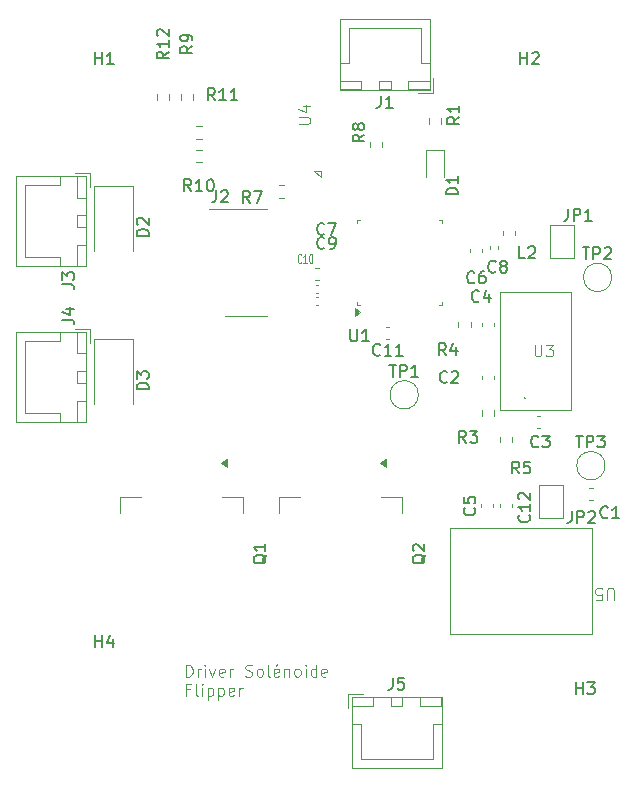
<source format=gbr>
%TF.GenerationSoftware,KiCad,Pcbnew,9.0.4*%
%TF.CreationDate,2025-11-05T17:51:59+01:00*%
%TF.ProjectId,FliperKAd,466c6970-6572-44b4-9164-2e6b69636164,rev?*%
%TF.SameCoordinates,Original*%
%TF.FileFunction,Legend,Top*%
%TF.FilePolarity,Positive*%
%FSLAX46Y46*%
G04 Gerber Fmt 4.6, Leading zero omitted, Abs format (unit mm)*
G04 Created by KiCad (PCBNEW 9.0.4) date 2025-11-05 17:51:59*
%MOMM*%
%LPD*%
G01*
G04 APERTURE LIST*
%ADD10C,0.100000*%
%ADD11C,0.150000*%
%ADD12C,0.080000*%
%ADD13C,0.120000*%
G04 APERTURE END LIST*
D10*
X191903884Y-115062475D02*
X191903884Y-114062475D01*
X191903884Y-114062475D02*
X192141979Y-114062475D01*
X192141979Y-114062475D02*
X192284836Y-114110094D01*
X192284836Y-114110094D02*
X192380074Y-114205332D01*
X192380074Y-114205332D02*
X192427693Y-114300570D01*
X192427693Y-114300570D02*
X192475312Y-114491046D01*
X192475312Y-114491046D02*
X192475312Y-114633903D01*
X192475312Y-114633903D02*
X192427693Y-114824379D01*
X192427693Y-114824379D02*
X192380074Y-114919617D01*
X192380074Y-114919617D02*
X192284836Y-115014856D01*
X192284836Y-115014856D02*
X192141979Y-115062475D01*
X192141979Y-115062475D02*
X191903884Y-115062475D01*
X192903884Y-115062475D02*
X192903884Y-114395808D01*
X192903884Y-114586284D02*
X192951503Y-114491046D01*
X192951503Y-114491046D02*
X192999122Y-114443427D01*
X192999122Y-114443427D02*
X193094360Y-114395808D01*
X193094360Y-114395808D02*
X193189598Y-114395808D01*
X193522932Y-115062475D02*
X193522932Y-114395808D01*
X193522932Y-114062475D02*
X193475313Y-114110094D01*
X193475313Y-114110094D02*
X193522932Y-114157713D01*
X193522932Y-114157713D02*
X193570551Y-114110094D01*
X193570551Y-114110094D02*
X193522932Y-114062475D01*
X193522932Y-114062475D02*
X193522932Y-114157713D01*
X193903884Y-114395808D02*
X194141979Y-115062475D01*
X194141979Y-115062475D02*
X194380074Y-114395808D01*
X195141979Y-115014856D02*
X195046741Y-115062475D01*
X195046741Y-115062475D02*
X194856265Y-115062475D01*
X194856265Y-115062475D02*
X194761027Y-115014856D01*
X194761027Y-115014856D02*
X194713408Y-114919617D01*
X194713408Y-114919617D02*
X194713408Y-114538665D01*
X194713408Y-114538665D02*
X194761027Y-114443427D01*
X194761027Y-114443427D02*
X194856265Y-114395808D01*
X194856265Y-114395808D02*
X195046741Y-114395808D01*
X195046741Y-114395808D02*
X195141979Y-114443427D01*
X195141979Y-114443427D02*
X195189598Y-114538665D01*
X195189598Y-114538665D02*
X195189598Y-114633903D01*
X195189598Y-114633903D02*
X194713408Y-114729141D01*
X195618170Y-115062475D02*
X195618170Y-114395808D01*
X195618170Y-114586284D02*
X195665789Y-114491046D01*
X195665789Y-114491046D02*
X195713408Y-114443427D01*
X195713408Y-114443427D02*
X195808646Y-114395808D01*
X195808646Y-114395808D02*
X195903884Y-114395808D01*
X196951504Y-115014856D02*
X197094361Y-115062475D01*
X197094361Y-115062475D02*
X197332456Y-115062475D01*
X197332456Y-115062475D02*
X197427694Y-115014856D01*
X197427694Y-115014856D02*
X197475313Y-114967236D01*
X197475313Y-114967236D02*
X197522932Y-114871998D01*
X197522932Y-114871998D02*
X197522932Y-114776760D01*
X197522932Y-114776760D02*
X197475313Y-114681522D01*
X197475313Y-114681522D02*
X197427694Y-114633903D01*
X197427694Y-114633903D02*
X197332456Y-114586284D01*
X197332456Y-114586284D02*
X197141980Y-114538665D01*
X197141980Y-114538665D02*
X197046742Y-114491046D01*
X197046742Y-114491046D02*
X196999123Y-114443427D01*
X196999123Y-114443427D02*
X196951504Y-114348189D01*
X196951504Y-114348189D02*
X196951504Y-114252951D01*
X196951504Y-114252951D02*
X196999123Y-114157713D01*
X196999123Y-114157713D02*
X197046742Y-114110094D01*
X197046742Y-114110094D02*
X197141980Y-114062475D01*
X197141980Y-114062475D02*
X197380075Y-114062475D01*
X197380075Y-114062475D02*
X197522932Y-114110094D01*
X198094361Y-115062475D02*
X197999123Y-115014856D01*
X197999123Y-115014856D02*
X197951504Y-114967236D01*
X197951504Y-114967236D02*
X197903885Y-114871998D01*
X197903885Y-114871998D02*
X197903885Y-114586284D01*
X197903885Y-114586284D02*
X197951504Y-114491046D01*
X197951504Y-114491046D02*
X197999123Y-114443427D01*
X197999123Y-114443427D02*
X198094361Y-114395808D01*
X198094361Y-114395808D02*
X198237218Y-114395808D01*
X198237218Y-114395808D02*
X198332456Y-114443427D01*
X198332456Y-114443427D02*
X198380075Y-114491046D01*
X198380075Y-114491046D02*
X198427694Y-114586284D01*
X198427694Y-114586284D02*
X198427694Y-114871998D01*
X198427694Y-114871998D02*
X198380075Y-114967236D01*
X198380075Y-114967236D02*
X198332456Y-115014856D01*
X198332456Y-115014856D02*
X198237218Y-115062475D01*
X198237218Y-115062475D02*
X198094361Y-115062475D01*
X198999123Y-115062475D02*
X198903885Y-115014856D01*
X198903885Y-115014856D02*
X198856266Y-114919617D01*
X198856266Y-114919617D02*
X198856266Y-114062475D01*
X199761028Y-115014856D02*
X199665790Y-115062475D01*
X199665790Y-115062475D02*
X199475314Y-115062475D01*
X199475314Y-115062475D02*
X199380076Y-115014856D01*
X199380076Y-115014856D02*
X199332457Y-114919617D01*
X199332457Y-114919617D02*
X199332457Y-114538665D01*
X199332457Y-114538665D02*
X199380076Y-114443427D01*
X199380076Y-114443427D02*
X199475314Y-114395808D01*
X199475314Y-114395808D02*
X199665790Y-114395808D01*
X199665790Y-114395808D02*
X199761028Y-114443427D01*
X199761028Y-114443427D02*
X199808647Y-114538665D01*
X199808647Y-114538665D02*
X199808647Y-114633903D01*
X199808647Y-114633903D02*
X199332457Y-114729141D01*
X199665790Y-114014856D02*
X199522933Y-114157713D01*
X200237219Y-114395808D02*
X200237219Y-115062475D01*
X200237219Y-114491046D02*
X200284838Y-114443427D01*
X200284838Y-114443427D02*
X200380076Y-114395808D01*
X200380076Y-114395808D02*
X200522933Y-114395808D01*
X200522933Y-114395808D02*
X200618171Y-114443427D01*
X200618171Y-114443427D02*
X200665790Y-114538665D01*
X200665790Y-114538665D02*
X200665790Y-115062475D01*
X201284838Y-115062475D02*
X201189600Y-115014856D01*
X201189600Y-115014856D02*
X201141981Y-114967236D01*
X201141981Y-114967236D02*
X201094362Y-114871998D01*
X201094362Y-114871998D02*
X201094362Y-114586284D01*
X201094362Y-114586284D02*
X201141981Y-114491046D01*
X201141981Y-114491046D02*
X201189600Y-114443427D01*
X201189600Y-114443427D02*
X201284838Y-114395808D01*
X201284838Y-114395808D02*
X201427695Y-114395808D01*
X201427695Y-114395808D02*
X201522933Y-114443427D01*
X201522933Y-114443427D02*
X201570552Y-114491046D01*
X201570552Y-114491046D02*
X201618171Y-114586284D01*
X201618171Y-114586284D02*
X201618171Y-114871998D01*
X201618171Y-114871998D02*
X201570552Y-114967236D01*
X201570552Y-114967236D02*
X201522933Y-115014856D01*
X201522933Y-115014856D02*
X201427695Y-115062475D01*
X201427695Y-115062475D02*
X201284838Y-115062475D01*
X202046743Y-115062475D02*
X202046743Y-114395808D01*
X202046743Y-114062475D02*
X201999124Y-114110094D01*
X201999124Y-114110094D02*
X202046743Y-114157713D01*
X202046743Y-114157713D02*
X202094362Y-114110094D01*
X202094362Y-114110094D02*
X202046743Y-114062475D01*
X202046743Y-114062475D02*
X202046743Y-114157713D01*
X202951504Y-115062475D02*
X202951504Y-114062475D01*
X202951504Y-115014856D02*
X202856266Y-115062475D01*
X202856266Y-115062475D02*
X202665790Y-115062475D01*
X202665790Y-115062475D02*
X202570552Y-115014856D01*
X202570552Y-115014856D02*
X202522933Y-114967236D01*
X202522933Y-114967236D02*
X202475314Y-114871998D01*
X202475314Y-114871998D02*
X202475314Y-114586284D01*
X202475314Y-114586284D02*
X202522933Y-114491046D01*
X202522933Y-114491046D02*
X202570552Y-114443427D01*
X202570552Y-114443427D02*
X202665790Y-114395808D01*
X202665790Y-114395808D02*
X202856266Y-114395808D01*
X202856266Y-114395808D02*
X202951504Y-114443427D01*
X203808647Y-115014856D02*
X203713409Y-115062475D01*
X203713409Y-115062475D02*
X203522933Y-115062475D01*
X203522933Y-115062475D02*
X203427695Y-115014856D01*
X203427695Y-115014856D02*
X203380076Y-114919617D01*
X203380076Y-114919617D02*
X203380076Y-114538665D01*
X203380076Y-114538665D02*
X203427695Y-114443427D01*
X203427695Y-114443427D02*
X203522933Y-114395808D01*
X203522933Y-114395808D02*
X203713409Y-114395808D01*
X203713409Y-114395808D02*
X203808647Y-114443427D01*
X203808647Y-114443427D02*
X203856266Y-114538665D01*
X203856266Y-114538665D02*
X203856266Y-114633903D01*
X203856266Y-114633903D02*
X203380076Y-114729141D01*
X192237217Y-116148609D02*
X191903884Y-116148609D01*
X191903884Y-116672419D02*
X191903884Y-115672419D01*
X191903884Y-115672419D02*
X192380074Y-115672419D01*
X192903884Y-116672419D02*
X192808646Y-116624800D01*
X192808646Y-116624800D02*
X192761027Y-116529561D01*
X192761027Y-116529561D02*
X192761027Y-115672419D01*
X193284837Y-116672419D02*
X193284837Y-116005752D01*
X193284837Y-115672419D02*
X193237218Y-115720038D01*
X193237218Y-115720038D02*
X193284837Y-115767657D01*
X193284837Y-115767657D02*
X193332456Y-115720038D01*
X193332456Y-115720038D02*
X193284837Y-115672419D01*
X193284837Y-115672419D02*
X193284837Y-115767657D01*
X193761027Y-116005752D02*
X193761027Y-117005752D01*
X193761027Y-116053371D02*
X193856265Y-116005752D01*
X193856265Y-116005752D02*
X194046741Y-116005752D01*
X194046741Y-116005752D02*
X194141979Y-116053371D01*
X194141979Y-116053371D02*
X194189598Y-116100990D01*
X194189598Y-116100990D02*
X194237217Y-116196228D01*
X194237217Y-116196228D02*
X194237217Y-116481942D01*
X194237217Y-116481942D02*
X194189598Y-116577180D01*
X194189598Y-116577180D02*
X194141979Y-116624800D01*
X194141979Y-116624800D02*
X194046741Y-116672419D01*
X194046741Y-116672419D02*
X193856265Y-116672419D01*
X193856265Y-116672419D02*
X193761027Y-116624800D01*
X194665789Y-116005752D02*
X194665789Y-117005752D01*
X194665789Y-116053371D02*
X194761027Y-116005752D01*
X194761027Y-116005752D02*
X194951503Y-116005752D01*
X194951503Y-116005752D02*
X195046741Y-116053371D01*
X195046741Y-116053371D02*
X195094360Y-116100990D01*
X195094360Y-116100990D02*
X195141979Y-116196228D01*
X195141979Y-116196228D02*
X195141979Y-116481942D01*
X195141979Y-116481942D02*
X195094360Y-116577180D01*
X195094360Y-116577180D02*
X195046741Y-116624800D01*
X195046741Y-116624800D02*
X194951503Y-116672419D01*
X194951503Y-116672419D02*
X194761027Y-116672419D01*
X194761027Y-116672419D02*
X194665789Y-116624800D01*
X195951503Y-116624800D02*
X195856265Y-116672419D01*
X195856265Y-116672419D02*
X195665789Y-116672419D01*
X195665789Y-116672419D02*
X195570551Y-116624800D01*
X195570551Y-116624800D02*
X195522932Y-116529561D01*
X195522932Y-116529561D02*
X195522932Y-116148609D01*
X195522932Y-116148609D02*
X195570551Y-116053371D01*
X195570551Y-116053371D02*
X195665789Y-116005752D01*
X195665789Y-116005752D02*
X195856265Y-116005752D01*
X195856265Y-116005752D02*
X195951503Y-116053371D01*
X195951503Y-116053371D02*
X195999122Y-116148609D01*
X195999122Y-116148609D02*
X195999122Y-116243847D01*
X195999122Y-116243847D02*
X195522932Y-116339085D01*
X196427694Y-116672419D02*
X196427694Y-116005752D01*
X196427694Y-116196228D02*
X196475313Y-116100990D01*
X196475313Y-116100990D02*
X196522932Y-116053371D01*
X196522932Y-116053371D02*
X196618170Y-116005752D01*
X196618170Y-116005752D02*
X196713408Y-116005752D01*
D11*
X212200057Y-104745238D02*
X212152438Y-104840476D01*
X212152438Y-104840476D02*
X212057200Y-104935714D01*
X212057200Y-104935714D02*
X211914342Y-105078571D01*
X211914342Y-105078571D02*
X211866723Y-105173809D01*
X211866723Y-105173809D02*
X211866723Y-105269047D01*
X212104819Y-105221428D02*
X212057200Y-105316666D01*
X212057200Y-105316666D02*
X211961961Y-105411904D01*
X211961961Y-105411904D02*
X211771485Y-105459523D01*
X211771485Y-105459523D02*
X211438152Y-105459523D01*
X211438152Y-105459523D02*
X211247676Y-105411904D01*
X211247676Y-105411904D02*
X211152438Y-105316666D01*
X211152438Y-105316666D02*
X211104819Y-105221428D01*
X211104819Y-105221428D02*
X211104819Y-105030952D01*
X211104819Y-105030952D02*
X211152438Y-104935714D01*
X211152438Y-104935714D02*
X211247676Y-104840476D01*
X211247676Y-104840476D02*
X211438152Y-104792857D01*
X211438152Y-104792857D02*
X211771485Y-104792857D01*
X211771485Y-104792857D02*
X211961961Y-104840476D01*
X211961961Y-104840476D02*
X212057200Y-104935714D01*
X212057200Y-104935714D02*
X212104819Y-105030952D01*
X212104819Y-105030952D02*
X212104819Y-105221428D01*
X211200057Y-104411904D02*
X211152438Y-104364285D01*
X211152438Y-104364285D02*
X211104819Y-104269047D01*
X211104819Y-104269047D02*
X211104819Y-104030952D01*
X211104819Y-104030952D02*
X211152438Y-103935714D01*
X211152438Y-103935714D02*
X211200057Y-103888095D01*
X211200057Y-103888095D02*
X211295295Y-103840476D01*
X211295295Y-103840476D02*
X211390533Y-103840476D01*
X211390533Y-103840476D02*
X211533390Y-103888095D01*
X211533390Y-103888095D02*
X212104819Y-104459523D01*
X212104819Y-104459523D02*
X212104819Y-103840476D01*
X198740057Y-104745238D02*
X198692438Y-104840476D01*
X198692438Y-104840476D02*
X198597200Y-104935714D01*
X198597200Y-104935714D02*
X198454342Y-105078571D01*
X198454342Y-105078571D02*
X198406723Y-105173809D01*
X198406723Y-105173809D02*
X198406723Y-105269047D01*
X198644819Y-105221428D02*
X198597200Y-105316666D01*
X198597200Y-105316666D02*
X198501961Y-105411904D01*
X198501961Y-105411904D02*
X198311485Y-105459523D01*
X198311485Y-105459523D02*
X197978152Y-105459523D01*
X197978152Y-105459523D02*
X197787676Y-105411904D01*
X197787676Y-105411904D02*
X197692438Y-105316666D01*
X197692438Y-105316666D02*
X197644819Y-105221428D01*
X197644819Y-105221428D02*
X197644819Y-105030952D01*
X197644819Y-105030952D02*
X197692438Y-104935714D01*
X197692438Y-104935714D02*
X197787676Y-104840476D01*
X197787676Y-104840476D02*
X197978152Y-104792857D01*
X197978152Y-104792857D02*
X198311485Y-104792857D01*
X198311485Y-104792857D02*
X198501961Y-104840476D01*
X198501961Y-104840476D02*
X198597200Y-104935714D01*
X198597200Y-104935714D02*
X198644819Y-105030952D01*
X198644819Y-105030952D02*
X198644819Y-105221428D01*
X198644819Y-103840476D02*
X198644819Y-104411904D01*
X198644819Y-104126190D02*
X197644819Y-104126190D01*
X197644819Y-104126190D02*
X197787676Y-104221428D01*
X197787676Y-104221428D02*
X197882914Y-104316666D01*
X197882914Y-104316666D02*
X197930533Y-104411904D01*
X207024819Y-69166666D02*
X206548628Y-69499999D01*
X207024819Y-69738094D02*
X206024819Y-69738094D01*
X206024819Y-69738094D02*
X206024819Y-69357142D01*
X206024819Y-69357142D02*
X206072438Y-69261904D01*
X206072438Y-69261904D02*
X206120057Y-69214285D01*
X206120057Y-69214285D02*
X206215295Y-69166666D01*
X206215295Y-69166666D02*
X206358152Y-69166666D01*
X206358152Y-69166666D02*
X206453390Y-69214285D01*
X206453390Y-69214285D02*
X206501009Y-69261904D01*
X206501009Y-69261904D02*
X206548628Y-69357142D01*
X206548628Y-69357142D02*
X206548628Y-69738094D01*
X206453390Y-68595237D02*
X206405771Y-68690475D01*
X206405771Y-68690475D02*
X206358152Y-68738094D01*
X206358152Y-68738094D02*
X206262914Y-68785713D01*
X206262914Y-68785713D02*
X206215295Y-68785713D01*
X206215295Y-68785713D02*
X206120057Y-68738094D01*
X206120057Y-68738094D02*
X206072438Y-68690475D01*
X206072438Y-68690475D02*
X206024819Y-68595237D01*
X206024819Y-68595237D02*
X206024819Y-68404761D01*
X206024819Y-68404761D02*
X206072438Y-68309523D01*
X206072438Y-68309523D02*
X206120057Y-68261904D01*
X206120057Y-68261904D02*
X206215295Y-68214285D01*
X206215295Y-68214285D02*
X206262914Y-68214285D01*
X206262914Y-68214285D02*
X206358152Y-68261904D01*
X206358152Y-68261904D02*
X206405771Y-68309523D01*
X206405771Y-68309523D02*
X206453390Y-68404761D01*
X206453390Y-68404761D02*
X206453390Y-68595237D01*
X206453390Y-68595237D02*
X206501009Y-68690475D01*
X206501009Y-68690475D02*
X206548628Y-68738094D01*
X206548628Y-68738094D02*
X206643866Y-68785713D01*
X206643866Y-68785713D02*
X206834342Y-68785713D01*
X206834342Y-68785713D02*
X206929580Y-68738094D01*
X206929580Y-68738094D02*
X206977200Y-68690475D01*
X206977200Y-68690475D02*
X207024819Y-68595237D01*
X207024819Y-68595237D02*
X207024819Y-68404761D01*
X207024819Y-68404761D02*
X206977200Y-68309523D01*
X206977200Y-68309523D02*
X206929580Y-68261904D01*
X206929580Y-68261904D02*
X206834342Y-68214285D01*
X206834342Y-68214285D02*
X206643866Y-68214285D01*
X206643866Y-68214285D02*
X206548628Y-68261904D01*
X206548628Y-68261904D02*
X206501009Y-68309523D01*
X206501009Y-68309523D02*
X206453390Y-68404761D01*
X214033333Y-90109580D02*
X213985714Y-90157200D01*
X213985714Y-90157200D02*
X213842857Y-90204819D01*
X213842857Y-90204819D02*
X213747619Y-90204819D01*
X213747619Y-90204819D02*
X213604762Y-90157200D01*
X213604762Y-90157200D02*
X213509524Y-90061961D01*
X213509524Y-90061961D02*
X213461905Y-89966723D01*
X213461905Y-89966723D02*
X213414286Y-89776247D01*
X213414286Y-89776247D02*
X213414286Y-89633390D01*
X213414286Y-89633390D02*
X213461905Y-89442914D01*
X213461905Y-89442914D02*
X213509524Y-89347676D01*
X213509524Y-89347676D02*
X213604762Y-89252438D01*
X213604762Y-89252438D02*
X213747619Y-89204819D01*
X213747619Y-89204819D02*
X213842857Y-89204819D01*
X213842857Y-89204819D02*
X213985714Y-89252438D01*
X213985714Y-89252438D02*
X214033333Y-89300057D01*
X214414286Y-89300057D02*
X214461905Y-89252438D01*
X214461905Y-89252438D02*
X214557143Y-89204819D01*
X214557143Y-89204819D02*
X214795238Y-89204819D01*
X214795238Y-89204819D02*
X214890476Y-89252438D01*
X214890476Y-89252438D02*
X214938095Y-89300057D01*
X214938095Y-89300057D02*
X214985714Y-89395295D01*
X214985714Y-89395295D02*
X214985714Y-89490533D01*
X214985714Y-89490533D02*
X214938095Y-89633390D01*
X214938095Y-89633390D02*
X214366667Y-90204819D01*
X214366667Y-90204819D02*
X214985714Y-90204819D01*
X216333333Y-81659580D02*
X216285714Y-81707200D01*
X216285714Y-81707200D02*
X216142857Y-81754819D01*
X216142857Y-81754819D02*
X216047619Y-81754819D01*
X216047619Y-81754819D02*
X215904762Y-81707200D01*
X215904762Y-81707200D02*
X215809524Y-81611961D01*
X215809524Y-81611961D02*
X215761905Y-81516723D01*
X215761905Y-81516723D02*
X215714286Y-81326247D01*
X215714286Y-81326247D02*
X215714286Y-81183390D01*
X215714286Y-81183390D02*
X215761905Y-80992914D01*
X215761905Y-80992914D02*
X215809524Y-80897676D01*
X215809524Y-80897676D02*
X215904762Y-80802438D01*
X215904762Y-80802438D02*
X216047619Y-80754819D01*
X216047619Y-80754819D02*
X216142857Y-80754819D01*
X216142857Y-80754819D02*
X216285714Y-80802438D01*
X216285714Y-80802438D02*
X216333333Y-80850057D01*
X217190476Y-80754819D02*
X217000000Y-80754819D01*
X217000000Y-80754819D02*
X216904762Y-80802438D01*
X216904762Y-80802438D02*
X216857143Y-80850057D01*
X216857143Y-80850057D02*
X216761905Y-80992914D01*
X216761905Y-80992914D02*
X216714286Y-81183390D01*
X216714286Y-81183390D02*
X216714286Y-81564342D01*
X216714286Y-81564342D02*
X216761905Y-81659580D01*
X216761905Y-81659580D02*
X216809524Y-81707200D01*
X216809524Y-81707200D02*
X216904762Y-81754819D01*
X216904762Y-81754819D02*
X217095238Y-81754819D01*
X217095238Y-81754819D02*
X217190476Y-81707200D01*
X217190476Y-81707200D02*
X217238095Y-81659580D01*
X217238095Y-81659580D02*
X217285714Y-81564342D01*
X217285714Y-81564342D02*
X217285714Y-81326247D01*
X217285714Y-81326247D02*
X217238095Y-81231009D01*
X217238095Y-81231009D02*
X217190476Y-81183390D01*
X217190476Y-81183390D02*
X217095238Y-81135771D01*
X217095238Y-81135771D02*
X216904762Y-81135771D01*
X216904762Y-81135771D02*
X216809524Y-81183390D01*
X216809524Y-81183390D02*
X216761905Y-81231009D01*
X216761905Y-81231009D02*
X216714286Y-81326247D01*
D12*
X201678571Y-79989744D02*
X201654762Y-80027840D01*
X201654762Y-80027840D02*
X201583333Y-80065935D01*
X201583333Y-80065935D02*
X201535714Y-80065935D01*
X201535714Y-80065935D02*
X201464286Y-80027840D01*
X201464286Y-80027840D02*
X201416667Y-79951649D01*
X201416667Y-79951649D02*
X201392857Y-79875459D01*
X201392857Y-79875459D02*
X201369048Y-79723078D01*
X201369048Y-79723078D02*
X201369048Y-79608792D01*
X201369048Y-79608792D02*
X201392857Y-79456411D01*
X201392857Y-79456411D02*
X201416667Y-79380220D01*
X201416667Y-79380220D02*
X201464286Y-79304030D01*
X201464286Y-79304030D02*
X201535714Y-79265935D01*
X201535714Y-79265935D02*
X201583333Y-79265935D01*
X201583333Y-79265935D02*
X201654762Y-79304030D01*
X201654762Y-79304030D02*
X201678571Y-79342125D01*
X202154762Y-80065935D02*
X201869048Y-80065935D01*
X202011905Y-80065935D02*
X202011905Y-79265935D01*
X202011905Y-79265935D02*
X201964286Y-79380220D01*
X201964286Y-79380220D02*
X201916667Y-79456411D01*
X201916667Y-79456411D02*
X201869048Y-79494506D01*
X202464285Y-79265935D02*
X202511904Y-79265935D01*
X202511904Y-79265935D02*
X202559523Y-79304030D01*
X202559523Y-79304030D02*
X202583333Y-79342125D01*
X202583333Y-79342125D02*
X202607142Y-79418316D01*
X202607142Y-79418316D02*
X202630952Y-79570697D01*
X202630952Y-79570697D02*
X202630952Y-79761173D01*
X202630952Y-79761173D02*
X202607142Y-79913554D01*
X202607142Y-79913554D02*
X202583333Y-79989744D01*
X202583333Y-79989744D02*
X202559523Y-80027840D01*
X202559523Y-80027840D02*
X202511904Y-80065935D01*
X202511904Y-80065935D02*
X202464285Y-80065935D01*
X202464285Y-80065935D02*
X202416666Y-80027840D01*
X202416666Y-80027840D02*
X202392857Y-79989744D01*
X202392857Y-79989744D02*
X202369047Y-79913554D01*
X202369047Y-79913554D02*
X202345238Y-79761173D01*
X202345238Y-79761173D02*
X202345238Y-79570697D01*
X202345238Y-79570697D02*
X202369047Y-79418316D01*
X202369047Y-79418316D02*
X202392857Y-79342125D01*
X202392857Y-79342125D02*
X202416666Y-79304030D01*
X202416666Y-79304030D02*
X202464285Y-79265935D01*
D11*
X184238095Y-63204819D02*
X184238095Y-62204819D01*
X184238095Y-62681009D02*
X184809523Y-62681009D01*
X184809523Y-63204819D02*
X184809523Y-62204819D01*
X185809523Y-63204819D02*
X185238095Y-63204819D01*
X185523809Y-63204819D02*
X185523809Y-62204819D01*
X185523809Y-62204819D02*
X185428571Y-62347676D01*
X185428571Y-62347676D02*
X185333333Y-62442914D01*
X185333333Y-62442914D02*
X185238095Y-62490533D01*
X216733333Y-83259580D02*
X216685714Y-83307200D01*
X216685714Y-83307200D02*
X216542857Y-83354819D01*
X216542857Y-83354819D02*
X216447619Y-83354819D01*
X216447619Y-83354819D02*
X216304762Y-83307200D01*
X216304762Y-83307200D02*
X216209524Y-83211961D01*
X216209524Y-83211961D02*
X216161905Y-83116723D01*
X216161905Y-83116723D02*
X216114286Y-82926247D01*
X216114286Y-82926247D02*
X216114286Y-82783390D01*
X216114286Y-82783390D02*
X216161905Y-82592914D01*
X216161905Y-82592914D02*
X216209524Y-82497676D01*
X216209524Y-82497676D02*
X216304762Y-82402438D01*
X216304762Y-82402438D02*
X216447619Y-82354819D01*
X216447619Y-82354819D02*
X216542857Y-82354819D01*
X216542857Y-82354819D02*
X216685714Y-82402438D01*
X216685714Y-82402438D02*
X216733333Y-82450057D01*
X217590476Y-82688152D02*
X217590476Y-83354819D01*
X217352381Y-82307200D02*
X217114286Y-83021485D01*
X217114286Y-83021485D02*
X217733333Y-83021485D01*
X220959580Y-101383437D02*
X221007200Y-101431056D01*
X221007200Y-101431056D02*
X221054819Y-101573913D01*
X221054819Y-101573913D02*
X221054819Y-101669151D01*
X221054819Y-101669151D02*
X221007200Y-101812008D01*
X221007200Y-101812008D02*
X220911961Y-101907246D01*
X220911961Y-101907246D02*
X220816723Y-101954865D01*
X220816723Y-101954865D02*
X220626247Y-102002484D01*
X220626247Y-102002484D02*
X220483390Y-102002484D01*
X220483390Y-102002484D02*
X220292914Y-101954865D01*
X220292914Y-101954865D02*
X220197676Y-101907246D01*
X220197676Y-101907246D02*
X220102438Y-101812008D01*
X220102438Y-101812008D02*
X220054819Y-101669151D01*
X220054819Y-101669151D02*
X220054819Y-101573913D01*
X220054819Y-101573913D02*
X220102438Y-101431056D01*
X220102438Y-101431056D02*
X220150057Y-101383437D01*
X221054819Y-100431056D02*
X221054819Y-101002484D01*
X221054819Y-100716770D02*
X220054819Y-100716770D01*
X220054819Y-100716770D02*
X220197676Y-100812008D01*
X220197676Y-100812008D02*
X220292914Y-100907246D01*
X220292914Y-100907246D02*
X220340533Y-101002484D01*
X220150057Y-100050103D02*
X220102438Y-100002484D01*
X220102438Y-100002484D02*
X220054819Y-99907246D01*
X220054819Y-99907246D02*
X220054819Y-99669151D01*
X220054819Y-99669151D02*
X220102438Y-99573913D01*
X220102438Y-99573913D02*
X220150057Y-99526294D01*
X220150057Y-99526294D02*
X220245295Y-99478675D01*
X220245295Y-99478675D02*
X220340533Y-99478675D01*
X220340533Y-99478675D02*
X220483390Y-99526294D01*
X220483390Y-99526294D02*
X221054819Y-100097722D01*
X221054819Y-100097722D02*
X221054819Y-99478675D01*
X209416666Y-115154819D02*
X209416666Y-115869104D01*
X209416666Y-115869104D02*
X209369047Y-116011961D01*
X209369047Y-116011961D02*
X209273809Y-116107200D01*
X209273809Y-116107200D02*
X209130952Y-116154819D01*
X209130952Y-116154819D02*
X209035714Y-116154819D01*
X210369047Y-115154819D02*
X209892857Y-115154819D01*
X209892857Y-115154819D02*
X209845238Y-115631009D01*
X209845238Y-115631009D02*
X209892857Y-115583390D01*
X209892857Y-115583390D02*
X209988095Y-115535771D01*
X209988095Y-115535771D02*
X210226190Y-115535771D01*
X210226190Y-115535771D02*
X210321428Y-115583390D01*
X210321428Y-115583390D02*
X210369047Y-115631009D01*
X210369047Y-115631009D02*
X210416666Y-115726247D01*
X210416666Y-115726247D02*
X210416666Y-115964342D01*
X210416666Y-115964342D02*
X210369047Y-116059580D01*
X210369047Y-116059580D02*
X210321428Y-116107200D01*
X210321428Y-116107200D02*
X210226190Y-116154819D01*
X210226190Y-116154819D02*
X209988095Y-116154819D01*
X209988095Y-116154819D02*
X209892857Y-116107200D01*
X209892857Y-116107200D02*
X209845238Y-116059580D01*
X215054819Y-67666666D02*
X214578628Y-67999999D01*
X215054819Y-68238094D02*
X214054819Y-68238094D01*
X214054819Y-68238094D02*
X214054819Y-67857142D01*
X214054819Y-67857142D02*
X214102438Y-67761904D01*
X214102438Y-67761904D02*
X214150057Y-67714285D01*
X214150057Y-67714285D02*
X214245295Y-67666666D01*
X214245295Y-67666666D02*
X214388152Y-67666666D01*
X214388152Y-67666666D02*
X214483390Y-67714285D01*
X214483390Y-67714285D02*
X214531009Y-67761904D01*
X214531009Y-67761904D02*
X214578628Y-67857142D01*
X214578628Y-67857142D02*
X214578628Y-68238094D01*
X215054819Y-66714285D02*
X215054819Y-67285713D01*
X215054819Y-66999999D02*
X214054819Y-66999999D01*
X214054819Y-66999999D02*
X214197676Y-67095237D01*
X214197676Y-67095237D02*
X214292914Y-67190475D01*
X214292914Y-67190475D02*
X214340533Y-67285713D01*
X214954819Y-74238094D02*
X213954819Y-74238094D01*
X213954819Y-74238094D02*
X213954819Y-73999999D01*
X213954819Y-73999999D02*
X214002438Y-73857142D01*
X214002438Y-73857142D02*
X214097676Y-73761904D01*
X214097676Y-73761904D02*
X214192914Y-73714285D01*
X214192914Y-73714285D02*
X214383390Y-73666666D01*
X214383390Y-73666666D02*
X214526247Y-73666666D01*
X214526247Y-73666666D02*
X214716723Y-73714285D01*
X214716723Y-73714285D02*
X214811961Y-73761904D01*
X214811961Y-73761904D02*
X214907200Y-73857142D01*
X214907200Y-73857142D02*
X214954819Y-73999999D01*
X214954819Y-73999999D02*
X214954819Y-74238094D01*
X214954819Y-72714285D02*
X214954819Y-73285713D01*
X214954819Y-72999999D02*
X213954819Y-72999999D01*
X213954819Y-72999999D02*
X214097676Y-73095237D01*
X214097676Y-73095237D02*
X214192914Y-73190475D01*
X214192914Y-73190475D02*
X214240533Y-73285713D01*
X221748913Y-95559580D02*
X221701294Y-95607200D01*
X221701294Y-95607200D02*
X221558437Y-95654819D01*
X221558437Y-95654819D02*
X221463199Y-95654819D01*
X221463199Y-95654819D02*
X221320342Y-95607200D01*
X221320342Y-95607200D02*
X221225104Y-95511961D01*
X221225104Y-95511961D02*
X221177485Y-95416723D01*
X221177485Y-95416723D02*
X221129866Y-95226247D01*
X221129866Y-95226247D02*
X221129866Y-95083390D01*
X221129866Y-95083390D02*
X221177485Y-94892914D01*
X221177485Y-94892914D02*
X221225104Y-94797676D01*
X221225104Y-94797676D02*
X221320342Y-94702438D01*
X221320342Y-94702438D02*
X221463199Y-94654819D01*
X221463199Y-94654819D02*
X221558437Y-94654819D01*
X221558437Y-94654819D02*
X221701294Y-94702438D01*
X221701294Y-94702438D02*
X221748913Y-94750057D01*
X222082247Y-94654819D02*
X222701294Y-94654819D01*
X222701294Y-94654819D02*
X222367961Y-95035771D01*
X222367961Y-95035771D02*
X222510818Y-95035771D01*
X222510818Y-95035771D02*
X222606056Y-95083390D01*
X222606056Y-95083390D02*
X222653675Y-95131009D01*
X222653675Y-95131009D02*
X222701294Y-95226247D01*
X222701294Y-95226247D02*
X222701294Y-95464342D01*
X222701294Y-95464342D02*
X222653675Y-95559580D01*
X222653675Y-95559580D02*
X222606056Y-95607200D01*
X222606056Y-95607200D02*
X222510818Y-95654819D01*
X222510818Y-95654819D02*
X222225104Y-95654819D01*
X222225104Y-95654819D02*
X222129866Y-95607200D01*
X222129866Y-95607200D02*
X222082247Y-95559580D01*
X215633333Y-95254819D02*
X215300000Y-94778628D01*
X215061905Y-95254819D02*
X215061905Y-94254819D01*
X215061905Y-94254819D02*
X215442857Y-94254819D01*
X215442857Y-94254819D02*
X215538095Y-94302438D01*
X215538095Y-94302438D02*
X215585714Y-94350057D01*
X215585714Y-94350057D02*
X215633333Y-94445295D01*
X215633333Y-94445295D02*
X215633333Y-94588152D01*
X215633333Y-94588152D02*
X215585714Y-94683390D01*
X215585714Y-94683390D02*
X215538095Y-94731009D01*
X215538095Y-94731009D02*
X215442857Y-94778628D01*
X215442857Y-94778628D02*
X215061905Y-94778628D01*
X215966667Y-94254819D02*
X216585714Y-94254819D01*
X216585714Y-94254819D02*
X216252381Y-94635771D01*
X216252381Y-94635771D02*
X216395238Y-94635771D01*
X216395238Y-94635771D02*
X216490476Y-94683390D01*
X216490476Y-94683390D02*
X216538095Y-94731009D01*
X216538095Y-94731009D02*
X216585714Y-94826247D01*
X216585714Y-94826247D02*
X216585714Y-95064342D01*
X216585714Y-95064342D02*
X216538095Y-95159580D01*
X216538095Y-95159580D02*
X216490476Y-95207200D01*
X216490476Y-95207200D02*
X216395238Y-95254819D01*
X216395238Y-95254819D02*
X216109524Y-95254819D01*
X216109524Y-95254819D02*
X216014286Y-95207200D01*
X216014286Y-95207200D02*
X215966667Y-95159580D01*
X225508095Y-78716819D02*
X226079523Y-78716819D01*
X225793809Y-79716819D02*
X225793809Y-78716819D01*
X226412857Y-79716819D02*
X226412857Y-78716819D01*
X226412857Y-78716819D02*
X226793809Y-78716819D01*
X226793809Y-78716819D02*
X226889047Y-78764438D01*
X226889047Y-78764438D02*
X226936666Y-78812057D01*
X226936666Y-78812057D02*
X226984285Y-78907295D01*
X226984285Y-78907295D02*
X226984285Y-79050152D01*
X226984285Y-79050152D02*
X226936666Y-79145390D01*
X226936666Y-79145390D02*
X226889047Y-79193009D01*
X226889047Y-79193009D02*
X226793809Y-79240628D01*
X226793809Y-79240628D02*
X226412857Y-79240628D01*
X227365238Y-78812057D02*
X227412857Y-78764438D01*
X227412857Y-78764438D02*
X227508095Y-78716819D01*
X227508095Y-78716819D02*
X227746190Y-78716819D01*
X227746190Y-78716819D02*
X227841428Y-78764438D01*
X227841428Y-78764438D02*
X227889047Y-78812057D01*
X227889047Y-78812057D02*
X227936666Y-78907295D01*
X227936666Y-78907295D02*
X227936666Y-79002533D01*
X227936666Y-79002533D02*
X227889047Y-79145390D01*
X227889047Y-79145390D02*
X227317619Y-79716819D01*
X227317619Y-79716819D02*
X227936666Y-79716819D01*
X220238095Y-63204819D02*
X220238095Y-62204819D01*
X220238095Y-62681009D02*
X220809523Y-62681009D01*
X220809523Y-63204819D02*
X220809523Y-62204819D01*
X221238095Y-62300057D02*
X221285714Y-62252438D01*
X221285714Y-62252438D02*
X221380952Y-62204819D01*
X221380952Y-62204819D02*
X221619047Y-62204819D01*
X221619047Y-62204819D02*
X221714285Y-62252438D01*
X221714285Y-62252438D02*
X221761904Y-62300057D01*
X221761904Y-62300057D02*
X221809523Y-62395295D01*
X221809523Y-62395295D02*
X221809523Y-62490533D01*
X221809523Y-62490533D02*
X221761904Y-62633390D01*
X221761904Y-62633390D02*
X221190476Y-63204819D01*
X221190476Y-63204819D02*
X221809523Y-63204819D01*
X181454819Y-81833333D02*
X182169104Y-81833333D01*
X182169104Y-81833333D02*
X182311961Y-81880952D01*
X182311961Y-81880952D02*
X182407200Y-81976190D01*
X182407200Y-81976190D02*
X182454819Y-82119047D01*
X182454819Y-82119047D02*
X182454819Y-82214285D01*
X181454819Y-81452380D02*
X181454819Y-80833333D01*
X181454819Y-80833333D02*
X181835771Y-81166666D01*
X181835771Y-81166666D02*
X181835771Y-81023809D01*
X181835771Y-81023809D02*
X181883390Y-80928571D01*
X181883390Y-80928571D02*
X181931009Y-80880952D01*
X181931009Y-80880952D02*
X182026247Y-80833333D01*
X182026247Y-80833333D02*
X182264342Y-80833333D01*
X182264342Y-80833333D02*
X182359580Y-80880952D01*
X182359580Y-80880952D02*
X182407200Y-80928571D01*
X182407200Y-80928571D02*
X182454819Y-81023809D01*
X182454819Y-81023809D02*
X182454819Y-81309523D01*
X182454819Y-81309523D02*
X182407200Y-81404761D01*
X182407200Y-81404761D02*
X182359580Y-81452380D01*
X188754819Y-90738094D02*
X187754819Y-90738094D01*
X187754819Y-90738094D02*
X187754819Y-90499999D01*
X187754819Y-90499999D02*
X187802438Y-90357142D01*
X187802438Y-90357142D02*
X187897676Y-90261904D01*
X187897676Y-90261904D02*
X187992914Y-90214285D01*
X187992914Y-90214285D02*
X188183390Y-90166666D01*
X188183390Y-90166666D02*
X188326247Y-90166666D01*
X188326247Y-90166666D02*
X188516723Y-90214285D01*
X188516723Y-90214285D02*
X188611961Y-90261904D01*
X188611961Y-90261904D02*
X188707200Y-90357142D01*
X188707200Y-90357142D02*
X188754819Y-90499999D01*
X188754819Y-90499999D02*
X188754819Y-90738094D01*
X187754819Y-89833332D02*
X187754819Y-89214285D01*
X187754819Y-89214285D02*
X188135771Y-89547618D01*
X188135771Y-89547618D02*
X188135771Y-89404761D01*
X188135771Y-89404761D02*
X188183390Y-89309523D01*
X188183390Y-89309523D02*
X188231009Y-89261904D01*
X188231009Y-89261904D02*
X188326247Y-89214285D01*
X188326247Y-89214285D02*
X188564342Y-89214285D01*
X188564342Y-89214285D02*
X188659580Y-89261904D01*
X188659580Y-89261904D02*
X188707200Y-89309523D01*
X188707200Y-89309523D02*
X188754819Y-89404761D01*
X188754819Y-89404761D02*
X188754819Y-89690475D01*
X188754819Y-89690475D02*
X188707200Y-89785713D01*
X188707200Y-89785713D02*
X188659580Y-89833332D01*
X224566666Y-101054819D02*
X224566666Y-101769104D01*
X224566666Y-101769104D02*
X224519047Y-101911961D01*
X224519047Y-101911961D02*
X224423809Y-102007200D01*
X224423809Y-102007200D02*
X224280952Y-102054819D01*
X224280952Y-102054819D02*
X224185714Y-102054819D01*
X225042857Y-102054819D02*
X225042857Y-101054819D01*
X225042857Y-101054819D02*
X225423809Y-101054819D01*
X225423809Y-101054819D02*
X225519047Y-101102438D01*
X225519047Y-101102438D02*
X225566666Y-101150057D01*
X225566666Y-101150057D02*
X225614285Y-101245295D01*
X225614285Y-101245295D02*
X225614285Y-101388152D01*
X225614285Y-101388152D02*
X225566666Y-101483390D01*
X225566666Y-101483390D02*
X225519047Y-101531009D01*
X225519047Y-101531009D02*
X225423809Y-101578628D01*
X225423809Y-101578628D02*
X225042857Y-101578628D01*
X225995238Y-101150057D02*
X226042857Y-101102438D01*
X226042857Y-101102438D02*
X226138095Y-101054819D01*
X226138095Y-101054819D02*
X226376190Y-101054819D01*
X226376190Y-101054819D02*
X226471428Y-101102438D01*
X226471428Y-101102438D02*
X226519047Y-101150057D01*
X226519047Y-101150057D02*
X226566666Y-101245295D01*
X226566666Y-101245295D02*
X226566666Y-101340533D01*
X226566666Y-101340533D02*
X226519047Y-101483390D01*
X226519047Y-101483390D02*
X225947619Y-102054819D01*
X225947619Y-102054819D02*
X226566666Y-102054819D01*
X224266666Y-75454819D02*
X224266666Y-76169104D01*
X224266666Y-76169104D02*
X224219047Y-76311961D01*
X224219047Y-76311961D02*
X224123809Y-76407200D01*
X224123809Y-76407200D02*
X223980952Y-76454819D01*
X223980952Y-76454819D02*
X223885714Y-76454819D01*
X224742857Y-76454819D02*
X224742857Y-75454819D01*
X224742857Y-75454819D02*
X225123809Y-75454819D01*
X225123809Y-75454819D02*
X225219047Y-75502438D01*
X225219047Y-75502438D02*
X225266666Y-75550057D01*
X225266666Y-75550057D02*
X225314285Y-75645295D01*
X225314285Y-75645295D02*
X225314285Y-75788152D01*
X225314285Y-75788152D02*
X225266666Y-75883390D01*
X225266666Y-75883390D02*
X225219047Y-75931009D01*
X225219047Y-75931009D02*
X225123809Y-75978628D01*
X225123809Y-75978628D02*
X224742857Y-75978628D01*
X226266666Y-76454819D02*
X225695238Y-76454819D01*
X225980952Y-76454819D02*
X225980952Y-75454819D01*
X225980952Y-75454819D02*
X225885714Y-75597676D01*
X225885714Y-75597676D02*
X225790476Y-75692914D01*
X225790476Y-75692914D02*
X225695238Y-75740533D01*
X216329580Y-100766666D02*
X216377200Y-100814285D01*
X216377200Y-100814285D02*
X216424819Y-100957142D01*
X216424819Y-100957142D02*
X216424819Y-101052380D01*
X216424819Y-101052380D02*
X216377200Y-101195237D01*
X216377200Y-101195237D02*
X216281961Y-101290475D01*
X216281961Y-101290475D02*
X216186723Y-101338094D01*
X216186723Y-101338094D02*
X215996247Y-101385713D01*
X215996247Y-101385713D02*
X215853390Y-101385713D01*
X215853390Y-101385713D02*
X215662914Y-101338094D01*
X215662914Y-101338094D02*
X215567676Y-101290475D01*
X215567676Y-101290475D02*
X215472438Y-101195237D01*
X215472438Y-101195237D02*
X215424819Y-101052380D01*
X215424819Y-101052380D02*
X215424819Y-100957142D01*
X215424819Y-100957142D02*
X215472438Y-100814285D01*
X215472438Y-100814285D02*
X215520057Y-100766666D01*
X215424819Y-99861904D02*
X215424819Y-100338094D01*
X215424819Y-100338094D02*
X215901009Y-100385713D01*
X215901009Y-100385713D02*
X215853390Y-100338094D01*
X215853390Y-100338094D02*
X215805771Y-100242856D01*
X215805771Y-100242856D02*
X215805771Y-100004761D01*
X215805771Y-100004761D02*
X215853390Y-99909523D01*
X215853390Y-99909523D02*
X215901009Y-99861904D01*
X215901009Y-99861904D02*
X215996247Y-99814285D01*
X215996247Y-99814285D02*
X216234342Y-99814285D01*
X216234342Y-99814285D02*
X216329580Y-99861904D01*
X216329580Y-99861904D02*
X216377200Y-99909523D01*
X216377200Y-99909523D02*
X216424819Y-100004761D01*
X216424819Y-100004761D02*
X216424819Y-100242856D01*
X216424819Y-100242856D02*
X216377200Y-100338094D01*
X216377200Y-100338094D02*
X216329580Y-100385713D01*
X197333333Y-74954819D02*
X197000000Y-74478628D01*
X196761905Y-74954819D02*
X196761905Y-73954819D01*
X196761905Y-73954819D02*
X197142857Y-73954819D01*
X197142857Y-73954819D02*
X197238095Y-74002438D01*
X197238095Y-74002438D02*
X197285714Y-74050057D01*
X197285714Y-74050057D02*
X197333333Y-74145295D01*
X197333333Y-74145295D02*
X197333333Y-74288152D01*
X197333333Y-74288152D02*
X197285714Y-74383390D01*
X197285714Y-74383390D02*
X197238095Y-74431009D01*
X197238095Y-74431009D02*
X197142857Y-74478628D01*
X197142857Y-74478628D02*
X196761905Y-74478628D01*
X197666667Y-73954819D02*
X198333333Y-73954819D01*
X198333333Y-73954819D02*
X197904762Y-74954819D01*
X218133333Y-80759580D02*
X218085714Y-80807200D01*
X218085714Y-80807200D02*
X217942857Y-80854819D01*
X217942857Y-80854819D02*
X217847619Y-80854819D01*
X217847619Y-80854819D02*
X217704762Y-80807200D01*
X217704762Y-80807200D02*
X217609524Y-80711961D01*
X217609524Y-80711961D02*
X217561905Y-80616723D01*
X217561905Y-80616723D02*
X217514286Y-80426247D01*
X217514286Y-80426247D02*
X217514286Y-80283390D01*
X217514286Y-80283390D02*
X217561905Y-80092914D01*
X217561905Y-80092914D02*
X217609524Y-79997676D01*
X217609524Y-79997676D02*
X217704762Y-79902438D01*
X217704762Y-79902438D02*
X217847619Y-79854819D01*
X217847619Y-79854819D02*
X217942857Y-79854819D01*
X217942857Y-79854819D02*
X218085714Y-79902438D01*
X218085714Y-79902438D02*
X218133333Y-79950057D01*
X218704762Y-80283390D02*
X218609524Y-80235771D01*
X218609524Y-80235771D02*
X218561905Y-80188152D01*
X218561905Y-80188152D02*
X218514286Y-80092914D01*
X218514286Y-80092914D02*
X218514286Y-80045295D01*
X218514286Y-80045295D02*
X218561905Y-79950057D01*
X218561905Y-79950057D02*
X218609524Y-79902438D01*
X218609524Y-79902438D02*
X218704762Y-79854819D01*
X218704762Y-79854819D02*
X218895238Y-79854819D01*
X218895238Y-79854819D02*
X218990476Y-79902438D01*
X218990476Y-79902438D02*
X219038095Y-79950057D01*
X219038095Y-79950057D02*
X219085714Y-80045295D01*
X219085714Y-80045295D02*
X219085714Y-80092914D01*
X219085714Y-80092914D02*
X219038095Y-80188152D01*
X219038095Y-80188152D02*
X218990476Y-80235771D01*
X218990476Y-80235771D02*
X218895238Y-80283390D01*
X218895238Y-80283390D02*
X218704762Y-80283390D01*
X218704762Y-80283390D02*
X218609524Y-80331009D01*
X218609524Y-80331009D02*
X218561905Y-80378628D01*
X218561905Y-80378628D02*
X218514286Y-80473866D01*
X218514286Y-80473866D02*
X218514286Y-80664342D01*
X218514286Y-80664342D02*
X218561905Y-80759580D01*
X218561905Y-80759580D02*
X218609524Y-80807200D01*
X218609524Y-80807200D02*
X218704762Y-80854819D01*
X218704762Y-80854819D02*
X218895238Y-80854819D01*
X218895238Y-80854819D02*
X218990476Y-80807200D01*
X218990476Y-80807200D02*
X219038095Y-80759580D01*
X219038095Y-80759580D02*
X219085714Y-80664342D01*
X219085714Y-80664342D02*
X219085714Y-80473866D01*
X219085714Y-80473866D02*
X219038095Y-80378628D01*
X219038095Y-80378628D02*
X218990476Y-80331009D01*
X218990476Y-80331009D02*
X218895238Y-80283390D01*
X220633333Y-79641904D02*
X220157143Y-79641904D01*
X220157143Y-79641904D02*
X220157143Y-78641904D01*
X220919048Y-78737142D02*
X220966667Y-78689523D01*
X220966667Y-78689523D02*
X221061905Y-78641904D01*
X221061905Y-78641904D02*
X221300000Y-78641904D01*
X221300000Y-78641904D02*
X221395238Y-78689523D01*
X221395238Y-78689523D02*
X221442857Y-78737142D01*
X221442857Y-78737142D02*
X221490476Y-78832380D01*
X221490476Y-78832380D02*
X221490476Y-78927618D01*
X221490476Y-78927618D02*
X221442857Y-79070475D01*
X221442857Y-79070475D02*
X220871429Y-79641904D01*
X220871429Y-79641904D02*
X221490476Y-79641904D01*
X224938095Y-116554819D02*
X224938095Y-115554819D01*
X224938095Y-116031009D02*
X225509523Y-116031009D01*
X225509523Y-116554819D02*
X225509523Y-115554819D01*
X225890476Y-115554819D02*
X226509523Y-115554819D01*
X226509523Y-115554819D02*
X226176190Y-115935771D01*
X226176190Y-115935771D02*
X226319047Y-115935771D01*
X226319047Y-115935771D02*
X226414285Y-115983390D01*
X226414285Y-115983390D02*
X226461904Y-116031009D01*
X226461904Y-116031009D02*
X226509523Y-116126247D01*
X226509523Y-116126247D02*
X226509523Y-116364342D01*
X226509523Y-116364342D02*
X226461904Y-116459580D01*
X226461904Y-116459580D02*
X226414285Y-116507200D01*
X226414285Y-116507200D02*
X226319047Y-116554819D01*
X226319047Y-116554819D02*
X226033333Y-116554819D01*
X226033333Y-116554819D02*
X225938095Y-116507200D01*
X225938095Y-116507200D02*
X225890476Y-116459580D01*
X190454819Y-62142857D02*
X189978628Y-62476190D01*
X190454819Y-62714285D02*
X189454819Y-62714285D01*
X189454819Y-62714285D02*
X189454819Y-62333333D01*
X189454819Y-62333333D02*
X189502438Y-62238095D01*
X189502438Y-62238095D02*
X189550057Y-62190476D01*
X189550057Y-62190476D02*
X189645295Y-62142857D01*
X189645295Y-62142857D02*
X189788152Y-62142857D01*
X189788152Y-62142857D02*
X189883390Y-62190476D01*
X189883390Y-62190476D02*
X189931009Y-62238095D01*
X189931009Y-62238095D02*
X189978628Y-62333333D01*
X189978628Y-62333333D02*
X189978628Y-62714285D01*
X190454819Y-61190476D02*
X190454819Y-61761904D01*
X190454819Y-61476190D02*
X189454819Y-61476190D01*
X189454819Y-61476190D02*
X189597676Y-61571428D01*
X189597676Y-61571428D02*
X189692914Y-61666666D01*
X189692914Y-61666666D02*
X189740533Y-61761904D01*
X189550057Y-60809523D02*
X189502438Y-60761904D01*
X189502438Y-60761904D02*
X189454819Y-60666666D01*
X189454819Y-60666666D02*
X189454819Y-60428571D01*
X189454819Y-60428571D02*
X189502438Y-60333333D01*
X189502438Y-60333333D02*
X189550057Y-60285714D01*
X189550057Y-60285714D02*
X189645295Y-60238095D01*
X189645295Y-60238095D02*
X189740533Y-60238095D01*
X189740533Y-60238095D02*
X189883390Y-60285714D01*
X189883390Y-60285714D02*
X190454819Y-60857142D01*
X190454819Y-60857142D02*
X190454819Y-60238095D01*
X224938095Y-94656819D02*
X225509523Y-94656819D01*
X225223809Y-95656819D02*
X225223809Y-94656819D01*
X225842857Y-95656819D02*
X225842857Y-94656819D01*
X225842857Y-94656819D02*
X226223809Y-94656819D01*
X226223809Y-94656819D02*
X226319047Y-94704438D01*
X226319047Y-94704438D02*
X226366666Y-94752057D01*
X226366666Y-94752057D02*
X226414285Y-94847295D01*
X226414285Y-94847295D02*
X226414285Y-94990152D01*
X226414285Y-94990152D02*
X226366666Y-95085390D01*
X226366666Y-95085390D02*
X226319047Y-95133009D01*
X226319047Y-95133009D02*
X226223809Y-95180628D01*
X226223809Y-95180628D02*
X225842857Y-95180628D01*
X226747619Y-94656819D02*
X227366666Y-94656819D01*
X227366666Y-94656819D02*
X227033333Y-95037771D01*
X227033333Y-95037771D02*
X227176190Y-95037771D01*
X227176190Y-95037771D02*
X227271428Y-95085390D01*
X227271428Y-95085390D02*
X227319047Y-95133009D01*
X227319047Y-95133009D02*
X227366666Y-95228247D01*
X227366666Y-95228247D02*
X227366666Y-95466342D01*
X227366666Y-95466342D02*
X227319047Y-95561580D01*
X227319047Y-95561580D02*
X227271428Y-95609200D01*
X227271428Y-95609200D02*
X227176190Y-95656819D01*
X227176190Y-95656819D02*
X226890476Y-95656819D01*
X226890476Y-95656819D02*
X226795238Y-95609200D01*
X226795238Y-95609200D02*
X226747619Y-95561580D01*
X227633333Y-101559580D02*
X227585714Y-101607200D01*
X227585714Y-101607200D02*
X227442857Y-101654819D01*
X227442857Y-101654819D02*
X227347619Y-101654819D01*
X227347619Y-101654819D02*
X227204762Y-101607200D01*
X227204762Y-101607200D02*
X227109524Y-101511961D01*
X227109524Y-101511961D02*
X227061905Y-101416723D01*
X227061905Y-101416723D02*
X227014286Y-101226247D01*
X227014286Y-101226247D02*
X227014286Y-101083390D01*
X227014286Y-101083390D02*
X227061905Y-100892914D01*
X227061905Y-100892914D02*
X227109524Y-100797676D01*
X227109524Y-100797676D02*
X227204762Y-100702438D01*
X227204762Y-100702438D02*
X227347619Y-100654819D01*
X227347619Y-100654819D02*
X227442857Y-100654819D01*
X227442857Y-100654819D02*
X227585714Y-100702438D01*
X227585714Y-100702438D02*
X227633333Y-100750057D01*
X228585714Y-101654819D02*
X228014286Y-101654819D01*
X228300000Y-101654819D02*
X228300000Y-100654819D01*
X228300000Y-100654819D02*
X228204762Y-100797676D01*
X228204762Y-100797676D02*
X228109524Y-100892914D01*
X228109524Y-100892914D02*
X228014286Y-100940533D01*
X194466666Y-73899819D02*
X194466666Y-74614104D01*
X194466666Y-74614104D02*
X194419047Y-74756961D01*
X194419047Y-74756961D02*
X194323809Y-74852200D01*
X194323809Y-74852200D02*
X194180952Y-74899819D01*
X194180952Y-74899819D02*
X194085714Y-74899819D01*
X194895238Y-73995057D02*
X194942857Y-73947438D01*
X194942857Y-73947438D02*
X195038095Y-73899819D01*
X195038095Y-73899819D02*
X195276190Y-73899819D01*
X195276190Y-73899819D02*
X195371428Y-73947438D01*
X195371428Y-73947438D02*
X195419047Y-73995057D01*
X195419047Y-73995057D02*
X195466666Y-74090295D01*
X195466666Y-74090295D02*
X195466666Y-74185533D01*
X195466666Y-74185533D02*
X195419047Y-74328390D01*
X195419047Y-74328390D02*
X194847619Y-74899819D01*
X194847619Y-74899819D02*
X195466666Y-74899819D01*
D10*
X228161904Y-108542580D02*
X228161904Y-107733057D01*
X228161904Y-107733057D02*
X228114285Y-107637819D01*
X228114285Y-107637819D02*
X228066666Y-107590200D01*
X228066666Y-107590200D02*
X227971428Y-107542580D01*
X227971428Y-107542580D02*
X227780952Y-107542580D01*
X227780952Y-107542580D02*
X227685714Y-107590200D01*
X227685714Y-107590200D02*
X227638095Y-107637819D01*
X227638095Y-107637819D02*
X227590476Y-107733057D01*
X227590476Y-107733057D02*
X227590476Y-108542580D01*
X226638095Y-108542580D02*
X227114285Y-108542580D01*
X227114285Y-108542580D02*
X227161904Y-108066390D01*
X227161904Y-108066390D02*
X227114285Y-108114009D01*
X227114285Y-108114009D02*
X227019047Y-108161628D01*
X227019047Y-108161628D02*
X226780952Y-108161628D01*
X226780952Y-108161628D02*
X226685714Y-108114009D01*
X226685714Y-108114009D02*
X226638095Y-108066390D01*
X226638095Y-108066390D02*
X226590476Y-107971152D01*
X226590476Y-107971152D02*
X226590476Y-107733057D01*
X226590476Y-107733057D02*
X226638095Y-107637819D01*
X226638095Y-107637819D02*
X226685714Y-107590200D01*
X226685714Y-107590200D02*
X226780952Y-107542580D01*
X226780952Y-107542580D02*
X227019047Y-107542580D01*
X227019047Y-107542580D02*
X227114285Y-107590200D01*
X227114285Y-107590200D02*
X227161904Y-107637819D01*
D11*
X184238095Y-112554819D02*
X184238095Y-111554819D01*
X184238095Y-112031009D02*
X184809523Y-112031009D01*
X184809523Y-112554819D02*
X184809523Y-111554819D01*
X185714285Y-111888152D02*
X185714285Y-112554819D01*
X185476190Y-111507200D02*
X185238095Y-112221485D01*
X185238095Y-112221485D02*
X185857142Y-112221485D01*
X205838095Y-85654819D02*
X205838095Y-86464342D01*
X205838095Y-86464342D02*
X205885714Y-86559580D01*
X205885714Y-86559580D02*
X205933333Y-86607200D01*
X205933333Y-86607200D02*
X206028571Y-86654819D01*
X206028571Y-86654819D02*
X206219047Y-86654819D01*
X206219047Y-86654819D02*
X206314285Y-86607200D01*
X206314285Y-86607200D02*
X206361904Y-86559580D01*
X206361904Y-86559580D02*
X206409523Y-86464342D01*
X206409523Y-86464342D02*
X206409523Y-85654819D01*
X207409523Y-86654819D02*
X206838095Y-86654819D01*
X207123809Y-86654819D02*
X207123809Y-85654819D01*
X207123809Y-85654819D02*
X207028571Y-85797676D01*
X207028571Y-85797676D02*
X206933333Y-85892914D01*
X206933333Y-85892914D02*
X206838095Y-85940533D01*
X203633333Y-77559580D02*
X203585714Y-77607200D01*
X203585714Y-77607200D02*
X203442857Y-77654819D01*
X203442857Y-77654819D02*
X203347619Y-77654819D01*
X203347619Y-77654819D02*
X203204762Y-77607200D01*
X203204762Y-77607200D02*
X203109524Y-77511961D01*
X203109524Y-77511961D02*
X203061905Y-77416723D01*
X203061905Y-77416723D02*
X203014286Y-77226247D01*
X203014286Y-77226247D02*
X203014286Y-77083390D01*
X203014286Y-77083390D02*
X203061905Y-76892914D01*
X203061905Y-76892914D02*
X203109524Y-76797676D01*
X203109524Y-76797676D02*
X203204762Y-76702438D01*
X203204762Y-76702438D02*
X203347619Y-76654819D01*
X203347619Y-76654819D02*
X203442857Y-76654819D01*
X203442857Y-76654819D02*
X203585714Y-76702438D01*
X203585714Y-76702438D02*
X203633333Y-76750057D01*
X203966667Y-76654819D02*
X204633333Y-76654819D01*
X204633333Y-76654819D02*
X204204762Y-77654819D01*
X203633333Y-78759580D02*
X203585714Y-78807200D01*
X203585714Y-78807200D02*
X203442857Y-78854819D01*
X203442857Y-78854819D02*
X203347619Y-78854819D01*
X203347619Y-78854819D02*
X203204762Y-78807200D01*
X203204762Y-78807200D02*
X203109524Y-78711961D01*
X203109524Y-78711961D02*
X203061905Y-78616723D01*
X203061905Y-78616723D02*
X203014286Y-78426247D01*
X203014286Y-78426247D02*
X203014286Y-78283390D01*
X203014286Y-78283390D02*
X203061905Y-78092914D01*
X203061905Y-78092914D02*
X203109524Y-77997676D01*
X203109524Y-77997676D02*
X203204762Y-77902438D01*
X203204762Y-77902438D02*
X203347619Y-77854819D01*
X203347619Y-77854819D02*
X203442857Y-77854819D01*
X203442857Y-77854819D02*
X203585714Y-77902438D01*
X203585714Y-77902438D02*
X203633333Y-77950057D01*
X204109524Y-78854819D02*
X204300000Y-78854819D01*
X204300000Y-78854819D02*
X204395238Y-78807200D01*
X204395238Y-78807200D02*
X204442857Y-78759580D01*
X204442857Y-78759580D02*
X204538095Y-78616723D01*
X204538095Y-78616723D02*
X204585714Y-78426247D01*
X204585714Y-78426247D02*
X204585714Y-78045295D01*
X204585714Y-78045295D02*
X204538095Y-77950057D01*
X204538095Y-77950057D02*
X204490476Y-77902438D01*
X204490476Y-77902438D02*
X204395238Y-77854819D01*
X204395238Y-77854819D02*
X204204762Y-77854819D01*
X204204762Y-77854819D02*
X204109524Y-77902438D01*
X204109524Y-77902438D02*
X204061905Y-77950057D01*
X204061905Y-77950057D02*
X204014286Y-78045295D01*
X204014286Y-78045295D02*
X204014286Y-78283390D01*
X204014286Y-78283390D02*
X204061905Y-78378628D01*
X204061905Y-78378628D02*
X204109524Y-78426247D01*
X204109524Y-78426247D02*
X204204762Y-78473866D01*
X204204762Y-78473866D02*
X204395238Y-78473866D01*
X204395238Y-78473866D02*
X204490476Y-78426247D01*
X204490476Y-78426247D02*
X204538095Y-78378628D01*
X204538095Y-78378628D02*
X204585714Y-78283390D01*
D10*
X201457419Y-68261904D02*
X202266942Y-68261904D01*
X202266942Y-68261904D02*
X202362180Y-68214285D01*
X202362180Y-68214285D02*
X202409800Y-68166666D01*
X202409800Y-68166666D02*
X202457419Y-68071428D01*
X202457419Y-68071428D02*
X202457419Y-67880952D01*
X202457419Y-67880952D02*
X202409800Y-67785714D01*
X202409800Y-67785714D02*
X202362180Y-67738095D01*
X202362180Y-67738095D02*
X202266942Y-67690476D01*
X202266942Y-67690476D02*
X201457419Y-67690476D01*
X201790752Y-66785714D02*
X202457419Y-66785714D01*
X201409800Y-67023809D02*
X202124085Y-67261904D01*
X202124085Y-67261904D02*
X202124085Y-66642857D01*
D11*
X192357142Y-73954819D02*
X192023809Y-73478628D01*
X191785714Y-73954819D02*
X191785714Y-72954819D01*
X191785714Y-72954819D02*
X192166666Y-72954819D01*
X192166666Y-72954819D02*
X192261904Y-73002438D01*
X192261904Y-73002438D02*
X192309523Y-73050057D01*
X192309523Y-73050057D02*
X192357142Y-73145295D01*
X192357142Y-73145295D02*
X192357142Y-73288152D01*
X192357142Y-73288152D02*
X192309523Y-73383390D01*
X192309523Y-73383390D02*
X192261904Y-73431009D01*
X192261904Y-73431009D02*
X192166666Y-73478628D01*
X192166666Y-73478628D02*
X191785714Y-73478628D01*
X193309523Y-73954819D02*
X192738095Y-73954819D01*
X193023809Y-73954819D02*
X193023809Y-72954819D01*
X193023809Y-72954819D02*
X192928571Y-73097676D01*
X192928571Y-73097676D02*
X192833333Y-73192914D01*
X192833333Y-73192914D02*
X192738095Y-73240533D01*
X193928571Y-72954819D02*
X194023809Y-72954819D01*
X194023809Y-72954819D02*
X194119047Y-73002438D01*
X194119047Y-73002438D02*
X194166666Y-73050057D01*
X194166666Y-73050057D02*
X194214285Y-73145295D01*
X194214285Y-73145295D02*
X194261904Y-73335771D01*
X194261904Y-73335771D02*
X194261904Y-73573866D01*
X194261904Y-73573866D02*
X194214285Y-73764342D01*
X194214285Y-73764342D02*
X194166666Y-73859580D01*
X194166666Y-73859580D02*
X194119047Y-73907200D01*
X194119047Y-73907200D02*
X194023809Y-73954819D01*
X194023809Y-73954819D02*
X193928571Y-73954819D01*
X193928571Y-73954819D02*
X193833333Y-73907200D01*
X193833333Y-73907200D02*
X193785714Y-73859580D01*
X193785714Y-73859580D02*
X193738095Y-73764342D01*
X193738095Y-73764342D02*
X193690476Y-73573866D01*
X193690476Y-73573866D02*
X193690476Y-73335771D01*
X193690476Y-73335771D02*
X193738095Y-73145295D01*
X193738095Y-73145295D02*
X193785714Y-73050057D01*
X193785714Y-73050057D02*
X193833333Y-73002438D01*
X193833333Y-73002438D02*
X193928571Y-72954819D01*
X208416666Y-65904819D02*
X208416666Y-66619104D01*
X208416666Y-66619104D02*
X208369047Y-66761961D01*
X208369047Y-66761961D02*
X208273809Y-66857200D01*
X208273809Y-66857200D02*
X208130952Y-66904819D01*
X208130952Y-66904819D02*
X208035714Y-66904819D01*
X209416666Y-66904819D02*
X208845238Y-66904819D01*
X209130952Y-66904819D02*
X209130952Y-65904819D01*
X209130952Y-65904819D02*
X209035714Y-66047676D01*
X209035714Y-66047676D02*
X208940476Y-66142914D01*
X208940476Y-66142914D02*
X208845238Y-66190533D01*
X181454819Y-84833333D02*
X182169104Y-84833333D01*
X182169104Y-84833333D02*
X182311961Y-84880952D01*
X182311961Y-84880952D02*
X182407200Y-84976190D01*
X182407200Y-84976190D02*
X182454819Y-85119047D01*
X182454819Y-85119047D02*
X182454819Y-85214285D01*
X181788152Y-83928571D02*
X182454819Y-83928571D01*
X181407200Y-84166666D02*
X182121485Y-84404761D01*
X182121485Y-84404761D02*
X182121485Y-83785714D01*
X220128333Y-97854819D02*
X219795000Y-97378628D01*
X219556905Y-97854819D02*
X219556905Y-96854819D01*
X219556905Y-96854819D02*
X219937857Y-96854819D01*
X219937857Y-96854819D02*
X220033095Y-96902438D01*
X220033095Y-96902438D02*
X220080714Y-96950057D01*
X220080714Y-96950057D02*
X220128333Y-97045295D01*
X220128333Y-97045295D02*
X220128333Y-97188152D01*
X220128333Y-97188152D02*
X220080714Y-97283390D01*
X220080714Y-97283390D02*
X220033095Y-97331009D01*
X220033095Y-97331009D02*
X219937857Y-97378628D01*
X219937857Y-97378628D02*
X219556905Y-97378628D01*
X221033095Y-96854819D02*
X220556905Y-96854819D01*
X220556905Y-96854819D02*
X220509286Y-97331009D01*
X220509286Y-97331009D02*
X220556905Y-97283390D01*
X220556905Y-97283390D02*
X220652143Y-97235771D01*
X220652143Y-97235771D02*
X220890238Y-97235771D01*
X220890238Y-97235771D02*
X220985476Y-97283390D01*
X220985476Y-97283390D02*
X221033095Y-97331009D01*
X221033095Y-97331009D02*
X221080714Y-97426247D01*
X221080714Y-97426247D02*
X221080714Y-97664342D01*
X221080714Y-97664342D02*
X221033095Y-97759580D01*
X221033095Y-97759580D02*
X220985476Y-97807200D01*
X220985476Y-97807200D02*
X220890238Y-97854819D01*
X220890238Y-97854819D02*
X220652143Y-97854819D01*
X220652143Y-97854819D02*
X220556905Y-97807200D01*
X220556905Y-97807200D02*
X220509286Y-97759580D01*
D10*
X221438095Y-86957419D02*
X221438095Y-87766942D01*
X221438095Y-87766942D02*
X221485714Y-87862180D01*
X221485714Y-87862180D02*
X221533333Y-87909800D01*
X221533333Y-87909800D02*
X221628571Y-87957419D01*
X221628571Y-87957419D02*
X221819047Y-87957419D01*
X221819047Y-87957419D02*
X221914285Y-87909800D01*
X221914285Y-87909800D02*
X221961904Y-87862180D01*
X221961904Y-87862180D02*
X222009523Y-87766942D01*
X222009523Y-87766942D02*
X222009523Y-86957419D01*
X222390476Y-86957419D02*
X223009523Y-86957419D01*
X223009523Y-86957419D02*
X222676190Y-87338371D01*
X222676190Y-87338371D02*
X222819047Y-87338371D01*
X222819047Y-87338371D02*
X222914285Y-87385990D01*
X222914285Y-87385990D02*
X222961904Y-87433609D01*
X222961904Y-87433609D02*
X223009523Y-87528847D01*
X223009523Y-87528847D02*
X223009523Y-87766942D01*
X223009523Y-87766942D02*
X222961904Y-87862180D01*
X222961904Y-87862180D02*
X222914285Y-87909800D01*
X222914285Y-87909800D02*
X222819047Y-87957419D01*
X222819047Y-87957419D02*
X222533333Y-87957419D01*
X222533333Y-87957419D02*
X222438095Y-87909800D01*
X222438095Y-87909800D02*
X222390476Y-87862180D01*
D11*
X188754819Y-77738094D02*
X187754819Y-77738094D01*
X187754819Y-77738094D02*
X187754819Y-77499999D01*
X187754819Y-77499999D02*
X187802438Y-77357142D01*
X187802438Y-77357142D02*
X187897676Y-77261904D01*
X187897676Y-77261904D02*
X187992914Y-77214285D01*
X187992914Y-77214285D02*
X188183390Y-77166666D01*
X188183390Y-77166666D02*
X188326247Y-77166666D01*
X188326247Y-77166666D02*
X188516723Y-77214285D01*
X188516723Y-77214285D02*
X188611961Y-77261904D01*
X188611961Y-77261904D02*
X188707200Y-77357142D01*
X188707200Y-77357142D02*
X188754819Y-77499999D01*
X188754819Y-77499999D02*
X188754819Y-77738094D01*
X187850057Y-76785713D02*
X187802438Y-76738094D01*
X187802438Y-76738094D02*
X187754819Y-76642856D01*
X187754819Y-76642856D02*
X187754819Y-76404761D01*
X187754819Y-76404761D02*
X187802438Y-76309523D01*
X187802438Y-76309523D02*
X187850057Y-76261904D01*
X187850057Y-76261904D02*
X187945295Y-76214285D01*
X187945295Y-76214285D02*
X188040533Y-76214285D01*
X188040533Y-76214285D02*
X188183390Y-76261904D01*
X188183390Y-76261904D02*
X188754819Y-76833332D01*
X188754819Y-76833332D02*
X188754819Y-76214285D01*
X209138095Y-88656819D02*
X209709523Y-88656819D01*
X209423809Y-89656819D02*
X209423809Y-88656819D01*
X210042857Y-89656819D02*
X210042857Y-88656819D01*
X210042857Y-88656819D02*
X210423809Y-88656819D01*
X210423809Y-88656819D02*
X210519047Y-88704438D01*
X210519047Y-88704438D02*
X210566666Y-88752057D01*
X210566666Y-88752057D02*
X210614285Y-88847295D01*
X210614285Y-88847295D02*
X210614285Y-88990152D01*
X210614285Y-88990152D02*
X210566666Y-89085390D01*
X210566666Y-89085390D02*
X210519047Y-89133009D01*
X210519047Y-89133009D02*
X210423809Y-89180628D01*
X210423809Y-89180628D02*
X210042857Y-89180628D01*
X211566666Y-89656819D02*
X210995238Y-89656819D01*
X211280952Y-89656819D02*
X211280952Y-88656819D01*
X211280952Y-88656819D02*
X211185714Y-88799676D01*
X211185714Y-88799676D02*
X211090476Y-88894914D01*
X211090476Y-88894914D02*
X210995238Y-88942533D01*
X192454819Y-61666666D02*
X191978628Y-61999999D01*
X192454819Y-62238094D02*
X191454819Y-62238094D01*
X191454819Y-62238094D02*
X191454819Y-61857142D01*
X191454819Y-61857142D02*
X191502438Y-61761904D01*
X191502438Y-61761904D02*
X191550057Y-61714285D01*
X191550057Y-61714285D02*
X191645295Y-61666666D01*
X191645295Y-61666666D02*
X191788152Y-61666666D01*
X191788152Y-61666666D02*
X191883390Y-61714285D01*
X191883390Y-61714285D02*
X191931009Y-61761904D01*
X191931009Y-61761904D02*
X191978628Y-61857142D01*
X191978628Y-61857142D02*
X191978628Y-62238094D01*
X192454819Y-61190475D02*
X192454819Y-60999999D01*
X192454819Y-60999999D02*
X192407200Y-60904761D01*
X192407200Y-60904761D02*
X192359580Y-60857142D01*
X192359580Y-60857142D02*
X192216723Y-60761904D01*
X192216723Y-60761904D02*
X192026247Y-60714285D01*
X192026247Y-60714285D02*
X191645295Y-60714285D01*
X191645295Y-60714285D02*
X191550057Y-60761904D01*
X191550057Y-60761904D02*
X191502438Y-60809523D01*
X191502438Y-60809523D02*
X191454819Y-60904761D01*
X191454819Y-60904761D02*
X191454819Y-61095237D01*
X191454819Y-61095237D02*
X191502438Y-61190475D01*
X191502438Y-61190475D02*
X191550057Y-61238094D01*
X191550057Y-61238094D02*
X191645295Y-61285713D01*
X191645295Y-61285713D02*
X191883390Y-61285713D01*
X191883390Y-61285713D02*
X191978628Y-61238094D01*
X191978628Y-61238094D02*
X192026247Y-61190475D01*
X192026247Y-61190475D02*
X192073866Y-61095237D01*
X192073866Y-61095237D02*
X192073866Y-60904761D01*
X192073866Y-60904761D02*
X192026247Y-60809523D01*
X192026247Y-60809523D02*
X191978628Y-60761904D01*
X191978628Y-60761904D02*
X191883390Y-60714285D01*
X213933333Y-87854819D02*
X213600000Y-87378628D01*
X213361905Y-87854819D02*
X213361905Y-86854819D01*
X213361905Y-86854819D02*
X213742857Y-86854819D01*
X213742857Y-86854819D02*
X213838095Y-86902438D01*
X213838095Y-86902438D02*
X213885714Y-86950057D01*
X213885714Y-86950057D02*
X213933333Y-87045295D01*
X213933333Y-87045295D02*
X213933333Y-87188152D01*
X213933333Y-87188152D02*
X213885714Y-87283390D01*
X213885714Y-87283390D02*
X213838095Y-87331009D01*
X213838095Y-87331009D02*
X213742857Y-87378628D01*
X213742857Y-87378628D02*
X213361905Y-87378628D01*
X214790476Y-87188152D02*
X214790476Y-87854819D01*
X214552381Y-86807200D02*
X214314286Y-87521485D01*
X214314286Y-87521485D02*
X214933333Y-87521485D01*
X208357142Y-87789580D02*
X208309523Y-87837200D01*
X208309523Y-87837200D02*
X208166666Y-87884819D01*
X208166666Y-87884819D02*
X208071428Y-87884819D01*
X208071428Y-87884819D02*
X207928571Y-87837200D01*
X207928571Y-87837200D02*
X207833333Y-87741961D01*
X207833333Y-87741961D02*
X207785714Y-87646723D01*
X207785714Y-87646723D02*
X207738095Y-87456247D01*
X207738095Y-87456247D02*
X207738095Y-87313390D01*
X207738095Y-87313390D02*
X207785714Y-87122914D01*
X207785714Y-87122914D02*
X207833333Y-87027676D01*
X207833333Y-87027676D02*
X207928571Y-86932438D01*
X207928571Y-86932438D02*
X208071428Y-86884819D01*
X208071428Y-86884819D02*
X208166666Y-86884819D01*
X208166666Y-86884819D02*
X208309523Y-86932438D01*
X208309523Y-86932438D02*
X208357142Y-86980057D01*
X209309523Y-87884819D02*
X208738095Y-87884819D01*
X209023809Y-87884819D02*
X209023809Y-86884819D01*
X209023809Y-86884819D02*
X208928571Y-87027676D01*
X208928571Y-87027676D02*
X208833333Y-87122914D01*
X208833333Y-87122914D02*
X208738095Y-87170533D01*
X210261904Y-87884819D02*
X209690476Y-87884819D01*
X209976190Y-87884819D02*
X209976190Y-86884819D01*
X209976190Y-86884819D02*
X209880952Y-87027676D01*
X209880952Y-87027676D02*
X209785714Y-87122914D01*
X209785714Y-87122914D02*
X209690476Y-87170533D01*
X194357142Y-66254819D02*
X194023809Y-65778628D01*
X193785714Y-66254819D02*
X193785714Y-65254819D01*
X193785714Y-65254819D02*
X194166666Y-65254819D01*
X194166666Y-65254819D02*
X194261904Y-65302438D01*
X194261904Y-65302438D02*
X194309523Y-65350057D01*
X194309523Y-65350057D02*
X194357142Y-65445295D01*
X194357142Y-65445295D02*
X194357142Y-65588152D01*
X194357142Y-65588152D02*
X194309523Y-65683390D01*
X194309523Y-65683390D02*
X194261904Y-65731009D01*
X194261904Y-65731009D02*
X194166666Y-65778628D01*
X194166666Y-65778628D02*
X193785714Y-65778628D01*
X195309523Y-66254819D02*
X194738095Y-66254819D01*
X195023809Y-66254819D02*
X195023809Y-65254819D01*
X195023809Y-65254819D02*
X194928571Y-65397676D01*
X194928571Y-65397676D02*
X194833333Y-65492914D01*
X194833333Y-65492914D02*
X194738095Y-65540533D01*
X196261904Y-66254819D02*
X195690476Y-66254819D01*
X195976190Y-66254819D02*
X195976190Y-65254819D01*
X195976190Y-65254819D02*
X195880952Y-65397676D01*
X195880952Y-65397676D02*
X195785714Y-65492914D01*
X195785714Y-65492914D02*
X195690476Y-65540533D01*
D13*
%TO.C,Q2*%
X210200000Y-99825000D02*
X208390000Y-99825000D01*
X199800000Y-99825000D02*
X201610000Y-99825000D01*
X210200000Y-101190000D02*
X210200000Y-99825000D01*
X199800000Y-101190000D02*
X199800000Y-99825000D01*
X208820000Y-97340000D02*
X208350000Y-97000000D01*
X208820000Y-96660000D01*
X208820000Y-97340000D01*
G36*
X208820000Y-97340000D02*
G01*
X208350000Y-97000000D01*
X208820000Y-96660000D01*
X208820000Y-97340000D01*
G37*
%TO.C,Q1*%
X196740000Y-99825000D02*
X194930000Y-99825000D01*
X186340000Y-99825000D02*
X188150000Y-99825000D01*
X196740000Y-101190000D02*
X196740000Y-99825000D01*
X186340000Y-101190000D02*
X186340000Y-99825000D01*
X195360000Y-97340000D02*
X194890000Y-97000000D01*
X195360000Y-96660000D01*
X195360000Y-97340000D01*
G36*
X195360000Y-97340000D02*
G01*
X194890000Y-97000000D01*
X195360000Y-96660000D01*
X195360000Y-97340000D01*
G37*
%TO.C,R8*%
X207477500Y-70237258D02*
X207477500Y-69762742D01*
X208522500Y-70237258D02*
X208522500Y-69762742D01*
%TO.C,C2*%
X216990000Y-89609420D02*
X216990000Y-89890580D01*
X218010000Y-89609420D02*
X218010000Y-89890580D01*
%TO.C,C6*%
X215990000Y-78859420D02*
X215990000Y-79140580D01*
X217010000Y-78859420D02*
X217010000Y-79140580D01*
%TO.C,C10*%
X202892164Y-82890000D02*
X203107836Y-82890000D01*
X202892164Y-83610000D02*
X203107836Y-83610000D01*
%TO.C,C4*%
X216990000Y-85109420D02*
X216990000Y-85390580D01*
X218010000Y-85109420D02*
X218010000Y-85390580D01*
%TO.C,C12*%
X218490000Y-100740580D02*
X218490000Y-100459420D01*
X219510000Y-100740580D02*
X219510000Y-100459420D01*
%TO.C,J5*%
X205650000Y-116500000D02*
X205650000Y-117750000D01*
X205940000Y-116790000D02*
X205940000Y-122760000D01*
X205940000Y-122760000D02*
X213560000Y-122760000D01*
X205950000Y-116800000D02*
X205950000Y-117550000D01*
X205950000Y-117550000D02*
X207750000Y-117550000D01*
X205950000Y-119050000D02*
X206700000Y-119050000D01*
X206700000Y-119050000D02*
X206700000Y-122000000D01*
X206700000Y-122000000D02*
X209750000Y-122000000D01*
X206900000Y-116500000D02*
X205650000Y-116500000D01*
X207750000Y-116800000D02*
X205950000Y-116800000D01*
X207750000Y-117550000D02*
X207750000Y-116800000D01*
X209250000Y-116800000D02*
X209250000Y-117550000D01*
X209250000Y-117550000D02*
X210250000Y-117550000D01*
X210250000Y-116800000D02*
X209250000Y-116800000D01*
X210250000Y-117550000D02*
X210250000Y-116800000D01*
X211750000Y-116800000D02*
X211750000Y-117550000D01*
X211750000Y-117550000D02*
X213550000Y-117550000D01*
X212800000Y-119050000D02*
X212800000Y-122000000D01*
X212800000Y-122000000D02*
X209750000Y-122000000D01*
X213550000Y-116800000D02*
X211750000Y-116800000D01*
X213550000Y-117550000D02*
X213550000Y-116800000D01*
X213550000Y-119050000D02*
X212800000Y-119050000D01*
X213560000Y-116790000D02*
X205940000Y-116790000D01*
X213560000Y-122760000D02*
X213560000Y-116790000D01*
%TO.C,R1*%
X212477500Y-68274758D02*
X212477500Y-67800242D01*
X213522500Y-68274758D02*
X213522500Y-67800242D01*
%TO.C,D1*%
X212265000Y-70515000D02*
X212265000Y-72800000D01*
X213735000Y-70515000D02*
X212265000Y-70515000D01*
X213735000Y-72800000D02*
X213735000Y-70515000D01*
%TO.C,C3*%
X221634420Y-92990000D02*
X221915580Y-92990000D01*
X221634420Y-94010000D02*
X221915580Y-94010000D01*
%TO.C,R3*%
X216977500Y-92512742D02*
X216977500Y-92987258D01*
X218022500Y-92512742D02*
X218022500Y-92987258D01*
%TO.C,TP2*%
X227970000Y-81260000D02*
G75*
G02*
X225570000Y-81260000I-1200000J0D01*
G01*
X225570000Y-81260000D02*
G75*
G02*
X227970000Y-81260000I1200000J0D01*
G01*
%TO.C,J3*%
X177515000Y-72690000D02*
X177515000Y-80310000D01*
X177515000Y-80310000D02*
X183485000Y-80310000D01*
X178275000Y-73450000D02*
X178275000Y-76500000D01*
X178275000Y-79550000D02*
X178275000Y-76500000D01*
X181225000Y-72700000D02*
X181225000Y-73450000D01*
X181225000Y-73450000D02*
X178275000Y-73450000D01*
X181225000Y-79550000D02*
X178275000Y-79550000D01*
X181225000Y-80300000D02*
X181225000Y-79550000D01*
X182725000Y-72700000D02*
X182725000Y-74500000D01*
X182725000Y-74500000D02*
X183475000Y-74500000D01*
X182725000Y-76000000D02*
X182725000Y-77000000D01*
X182725000Y-77000000D02*
X183475000Y-77000000D01*
X182725000Y-78500000D02*
X182725000Y-80300000D01*
X182725000Y-80300000D02*
X183475000Y-80300000D01*
X183475000Y-72700000D02*
X182725000Y-72700000D01*
X183475000Y-74500000D02*
X183475000Y-72700000D01*
X183475000Y-76000000D02*
X182725000Y-76000000D01*
X183475000Y-77000000D02*
X183475000Y-76000000D01*
X183475000Y-78500000D02*
X182725000Y-78500000D01*
X183475000Y-80300000D02*
X183475000Y-78500000D01*
X183485000Y-72690000D02*
X177515000Y-72690000D01*
X183485000Y-80310000D02*
X183485000Y-72690000D01*
X183775000Y-72400000D02*
X182525000Y-72400000D01*
X183775000Y-73650000D02*
X183775000Y-72400000D01*
%TO.C,D3*%
X184150000Y-86490000D02*
X184150000Y-92000000D01*
X187450000Y-86490000D02*
X184150000Y-86490000D01*
X187450000Y-86490000D02*
X187450000Y-92000000D01*
%TO.C,JP2*%
X221800000Y-98800000D02*
X223800000Y-98800000D01*
X221800000Y-101600000D02*
X221800000Y-98800000D01*
X223800000Y-98800000D02*
X223800000Y-101600000D01*
X223800000Y-101600000D02*
X221800000Y-101600000D01*
%TO.C,JP1*%
X222750000Y-76850000D02*
X224750000Y-76850000D01*
X222750000Y-79650000D02*
X222750000Y-76850000D01*
X224750000Y-76850000D02*
X224750000Y-79650000D01*
X224750000Y-79650000D02*
X222750000Y-79650000D01*
%TO.C,C5*%
X216890000Y-100740580D02*
X216890000Y-100459420D01*
X217910000Y-100740580D02*
X217910000Y-100459420D01*
%TO.C,R7*%
X200237258Y-73477500D02*
X199762742Y-73477500D01*
X200237258Y-74522500D02*
X199762742Y-74522500D01*
%TO.C,C8*%
X217640000Y-78622164D02*
X217640000Y-78837836D01*
X218360000Y-78622164D02*
X218360000Y-78837836D01*
%TO.C,L2*%
X218740000Y-77662779D02*
X218740000Y-77337221D01*
X219760000Y-77662779D02*
X219760000Y-77337221D01*
%TO.C,R12*%
X189477500Y-66237258D02*
X189477500Y-65762742D01*
X190522500Y-66237258D02*
X190522500Y-65762742D01*
%TO.C,TP3*%
X227400000Y-97200000D02*
G75*
G02*
X225000000Y-97200000I-1200000J0D01*
G01*
X225000000Y-97200000D02*
G75*
G02*
X227400000Y-97200000I1200000J0D01*
G01*
%TO.C,C1*%
X226059420Y-99090000D02*
X226340580Y-99090000D01*
X226059420Y-100110000D02*
X226340580Y-100110000D01*
%TO.C,J2*%
X193910000Y-75510000D02*
X195185000Y-75510000D01*
X195185000Y-75445000D02*
X195185000Y-75510000D01*
X195185000Y-75445000D02*
X198815000Y-75445000D01*
X195185000Y-84490000D02*
X195185000Y-84555000D01*
X195185000Y-84555000D02*
X198815000Y-84555000D01*
X198815000Y-75445000D02*
X198815000Y-75510000D01*
X198815000Y-84490000D02*
X198815000Y-84555000D01*
%TO.C,U5*%
D10*
X226310000Y-111490000D02*
X214280000Y-111490000D01*
X214280000Y-102490000D01*
X226310000Y-102490000D01*
X226310000Y-111490000D01*
D13*
%TO.C,U1*%
X206390000Y-76390000D02*
X206690000Y-76390000D01*
X206390000Y-76690000D02*
X206390000Y-76390000D01*
X206390000Y-83310000D02*
X206390000Y-83610000D01*
X206390000Y-83610000D02*
X206690000Y-83610000D01*
X213610000Y-76390000D02*
X213310000Y-76390000D01*
X213610000Y-76690000D02*
X213610000Y-76390000D01*
X213610000Y-83310000D02*
X213610000Y-83610000D01*
X213610000Y-83610000D02*
X213310000Y-83610000D01*
X206690000Y-84212500D02*
X206220000Y-84552500D01*
X206220000Y-83872500D01*
X206690000Y-84212500D01*
G36*
X206690000Y-84212500D02*
G01*
X206220000Y-84552500D01*
X206220000Y-83872500D01*
X206690000Y-84212500D01*
G37*
%TO.C,C7*%
X202859420Y-80490000D02*
X203140580Y-80490000D01*
X202859420Y-81510000D02*
X203140580Y-81510000D01*
%TO.C,C9*%
X202892164Y-81890000D02*
X203107836Y-81890000D01*
X202892164Y-82610000D02*
X203107836Y-82610000D01*
D10*
%TO.C,U4*%
X202790000Y-72270000D02*
X203370000Y-72780000D01*
X203390000Y-72270000D02*
X202790000Y-72270000D01*
X203390000Y-72800000D02*
X203390000Y-72270000D01*
D13*
%TO.C,R10*%
X192762742Y-70477500D02*
X193237258Y-70477500D01*
X192762742Y-71522500D02*
X193237258Y-71522500D01*
%TO.C,J1*%
X204940000Y-59390000D02*
X204940000Y-65360000D01*
X204940000Y-65360000D02*
X212560000Y-65360000D01*
X204950000Y-63100000D02*
X205700000Y-63100000D01*
X204950000Y-64600000D02*
X204950000Y-65350000D01*
X204950000Y-65350000D02*
X206750000Y-65350000D01*
X205700000Y-60150000D02*
X208750000Y-60150000D01*
X205700000Y-63100000D02*
X205700000Y-60150000D01*
X206750000Y-64600000D02*
X204950000Y-64600000D01*
X206750000Y-65350000D02*
X206750000Y-64600000D01*
X208250000Y-64600000D02*
X208250000Y-65350000D01*
X208250000Y-65350000D02*
X209250000Y-65350000D01*
X209250000Y-64600000D02*
X208250000Y-64600000D01*
X209250000Y-65350000D02*
X209250000Y-64600000D01*
X210750000Y-64600000D02*
X210750000Y-65350000D01*
X210750000Y-65350000D02*
X212550000Y-65350000D01*
X211600000Y-65650000D02*
X212850000Y-65650000D01*
X211800000Y-60150000D02*
X208750000Y-60150000D01*
X211800000Y-63100000D02*
X211800000Y-60150000D01*
X212550000Y-63100000D02*
X211800000Y-63100000D01*
X212550000Y-64600000D02*
X210750000Y-64600000D01*
X212550000Y-65350000D02*
X212550000Y-64600000D01*
X212560000Y-59390000D02*
X204940000Y-59390000D01*
X212560000Y-65360000D02*
X212560000Y-59390000D01*
X212850000Y-65650000D02*
X212850000Y-64400000D01*
%TO.C,J4*%
X177515000Y-85890000D02*
X177515000Y-93510000D01*
X177515000Y-93510000D02*
X183485000Y-93510000D01*
X178275000Y-86650000D02*
X178275000Y-89700000D01*
X178275000Y-92750000D02*
X178275000Y-89700000D01*
X181225000Y-85900000D02*
X181225000Y-86650000D01*
X181225000Y-86650000D02*
X178275000Y-86650000D01*
X181225000Y-92750000D02*
X178275000Y-92750000D01*
X181225000Y-93500000D02*
X181225000Y-92750000D01*
X182725000Y-85900000D02*
X182725000Y-87700000D01*
X182725000Y-87700000D02*
X183475000Y-87700000D01*
X182725000Y-89200000D02*
X182725000Y-90200000D01*
X182725000Y-90200000D02*
X183475000Y-90200000D01*
X182725000Y-91700000D02*
X182725000Y-93500000D01*
X182725000Y-93500000D02*
X183475000Y-93500000D01*
X183475000Y-85900000D02*
X182725000Y-85900000D01*
X183475000Y-87700000D02*
X183475000Y-85900000D01*
X183475000Y-89200000D02*
X182725000Y-89200000D01*
X183475000Y-90200000D02*
X183475000Y-89200000D01*
X183475000Y-91700000D02*
X182725000Y-91700000D01*
X183475000Y-93500000D02*
X183475000Y-91700000D01*
X183485000Y-85890000D02*
X177515000Y-85890000D01*
X183485000Y-93510000D02*
X183485000Y-85890000D01*
X183775000Y-85600000D02*
X182525000Y-85600000D01*
X183775000Y-86850000D02*
X183775000Y-85600000D01*
%TO.C,R5*%
X218477500Y-94762742D02*
X218477500Y-95237258D01*
X219522500Y-94762742D02*
X219522500Y-95237258D01*
D10*
%TO.C,U3*%
X220500000Y-91400000D02*
X220500000Y-91500000D01*
X220500000Y-91500000D02*
X220600000Y-91500000D01*
X220600000Y-91500000D02*
X220500000Y-91400000D01*
X218500000Y-92500000D02*
X224500000Y-92500000D01*
X224500000Y-82500000D01*
X218500000Y-82500000D01*
X218500000Y-92500000D01*
D13*
%TO.C,D2*%
X184150000Y-73490000D02*
X184150000Y-79000000D01*
X187450000Y-73490000D02*
X184150000Y-73490000D01*
X187450000Y-73490000D02*
X187450000Y-79000000D01*
%TO.C,TP1*%
X211600000Y-91200000D02*
G75*
G02*
X209200000Y-91200000I-1200000J0D01*
G01*
X209200000Y-91200000D02*
G75*
G02*
X211600000Y-91200000I1200000J0D01*
G01*
%TO.C,R9*%
X191477500Y-66237258D02*
X191477500Y-65762742D01*
X192522500Y-66237258D02*
X192522500Y-65762742D01*
%TO.C,R4*%
X214977500Y-85012742D02*
X214977500Y-85487258D01*
X216022500Y-85012742D02*
X216022500Y-85487258D01*
%TO.C,C11*%
X209140580Y-85490000D02*
X208859420Y-85490000D01*
X209140580Y-86510000D02*
X208859420Y-86510000D01*
%TO.C,R11*%
X192762742Y-68477500D02*
X193237258Y-68477500D01*
X192762742Y-69522500D02*
X193237258Y-69522500D01*
%TD*%
M02*

</source>
